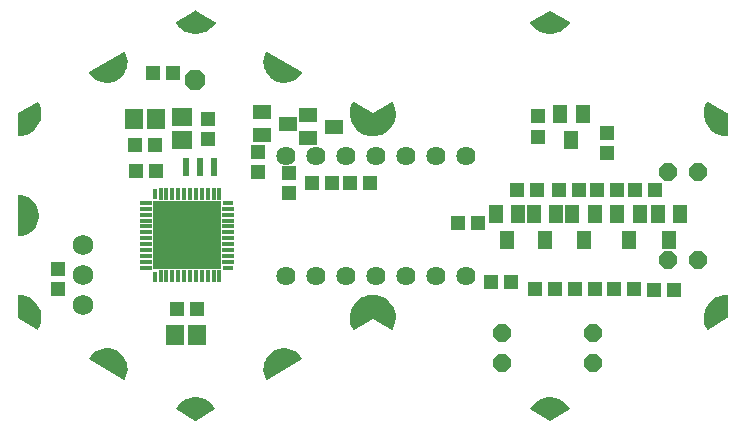
<source format=gbr>
G04 EAGLE Gerber RS-274X export*
G75*
%MOMM*%
%FSLAX34Y34*%
%LPD*%
%INSoldermask Bottom*%
%IPPOS*%
%AMOC8*
5,1,8,0,0,1.08239X$1,22.5*%
G01*
%ADD10R,0.603200X1.603197*%
%ADD11C,1.203200*%
%ADD12R,1.603200X1.203200*%
%ADD13R,1.203200X1.603200*%
%ADD14C,1.625600*%
%ADD15R,0.457200X1.016000*%
%ADD16R,1.016000X0.457200*%
%ADD17R,5.715000X5.715000*%
%ADD18R,0.396875X0.952500*%
%ADD19R,1.031875X0.396875*%
%ADD20R,0.396875X1.031875*%
%ADD21R,0.952500X0.396875*%
%ADD22P,1.869504X8X22.500000*%
%ADD23P,1.649562X8X202.500000*%
%ADD24P,1.649562X8X112.500000*%
%ADD25R,1.203200X1.303200*%
%ADD26R,1.303200X1.203200*%
%ADD27R,1.703200X1.503200*%
%ADD28R,1.503200X1.703200*%
%ADD29C,1.727200*%

G36*
X299252Y270303D02*
X299252Y270303D01*
X299265Y270302D01*
X302315Y270545D01*
X302347Y270554D01*
X302394Y270558D01*
X305366Y271286D01*
X305397Y271301D01*
X305442Y271312D01*
X305506Y271339D01*
X306682Y271838D01*
X307857Y272337D01*
X307858Y272337D01*
X308259Y272508D01*
X308287Y272527D01*
X308330Y272545D01*
X310918Y274177D01*
X310942Y274201D01*
X310982Y274225D01*
X313275Y276252D01*
X313295Y276279D01*
X313331Y276310D01*
X315269Y278678D01*
X315285Y278708D01*
X315314Y278744D01*
X316848Y281392D01*
X316858Y281424D01*
X316882Y281464D01*
X316935Y281604D01*
X317695Y283601D01*
X317885Y284100D01*
X317971Y284324D01*
X317976Y284357D01*
X317993Y284401D01*
X318609Y287398D01*
X318609Y287432D01*
X318618Y287478D01*
X318745Y290535D01*
X318740Y290569D01*
X318742Y290616D01*
X318377Y293654D01*
X318366Y293686D01*
X318361Y293732D01*
X317513Y296672D01*
X317497Y296702D01*
X317485Y296748D01*
X316176Y299514D01*
X316159Y299536D01*
X316149Y299563D01*
X316100Y299615D01*
X316057Y299673D01*
X316032Y299687D01*
X316013Y299708D01*
X315947Y299737D01*
X315885Y299773D01*
X315857Y299776D01*
X315831Y299788D01*
X315759Y299789D01*
X315688Y299798D01*
X315661Y299790D01*
X315632Y299791D01*
X315537Y299755D01*
X315497Y299744D01*
X315488Y299737D01*
X315476Y299733D01*
X299225Y290376D01*
X282974Y299733D01*
X282947Y299742D01*
X282923Y299758D01*
X282853Y299773D01*
X282785Y299796D01*
X282757Y299793D01*
X282729Y299799D01*
X282659Y299786D01*
X282587Y299780D01*
X282562Y299767D01*
X282534Y299761D01*
X282474Y299721D01*
X282411Y299688D01*
X282393Y299666D01*
X282369Y299650D01*
X282311Y299567D01*
X282284Y299535D01*
X282281Y299524D01*
X282274Y299514D01*
X280965Y296748D01*
X280957Y296715D01*
X280937Y296672D01*
X280089Y293732D01*
X280086Y293698D01*
X280073Y293654D01*
X279708Y290616D01*
X279711Y290582D01*
X279705Y290535D01*
X279832Y287478D01*
X279840Y287445D01*
X279841Y287398D01*
X280457Y284401D01*
X280470Y284370D01*
X280480Y284324D01*
X281568Y281464D01*
X281586Y281436D01*
X281603Y281392D01*
X283136Y278744D01*
X283158Y278718D01*
X283181Y278678D01*
X285119Y276310D01*
X285146Y276288D01*
X285175Y276252D01*
X287468Y274225D01*
X287497Y274209D01*
X287532Y274177D01*
X290120Y272545D01*
X290152Y272533D01*
X290191Y272508D01*
X293008Y271312D01*
X293041Y271305D01*
X293084Y271286D01*
X296056Y270558D01*
X296090Y270556D01*
X296135Y270545D01*
X299185Y270302D01*
X299214Y270306D01*
X299242Y270301D01*
X299252Y270303D01*
G37*
G36*
X315792Y106615D02*
X315792Y106615D01*
X315863Y106620D01*
X315888Y106633D01*
X315916Y106639D01*
X315976Y106679D01*
X316039Y106712D01*
X316057Y106734D01*
X316081Y106750D01*
X316139Y106833D01*
X316166Y106865D01*
X316169Y106876D01*
X316176Y106887D01*
X317485Y109653D01*
X317493Y109686D01*
X317513Y109728D01*
X318361Y112668D01*
X318364Y112702D01*
X318377Y112746D01*
X318742Y115784D01*
X318739Y115818D01*
X318745Y115865D01*
X318618Y118922D01*
X318610Y118955D01*
X318609Y119002D01*
X317993Y121999D01*
X317980Y122030D01*
X317971Y122076D01*
X316882Y124936D01*
X316864Y124965D01*
X316848Y125008D01*
X315314Y127656D01*
X315292Y127682D01*
X315269Y127723D01*
X313331Y130090D01*
X313304Y130112D01*
X313275Y130148D01*
X310982Y132175D01*
X310953Y132192D01*
X310918Y132223D01*
X308330Y133855D01*
X308298Y133867D01*
X308259Y133892D01*
X305442Y135088D01*
X305409Y135095D01*
X305366Y135114D01*
X302394Y135842D01*
X302360Y135844D01*
X302315Y135855D01*
X299265Y136098D01*
X299236Y136094D01*
X299208Y136099D01*
X299198Y136097D01*
X299185Y136098D01*
X296135Y135855D01*
X296103Y135846D01*
X296056Y135842D01*
X293084Y135114D01*
X293053Y135099D01*
X293008Y135088D01*
X292843Y135018D01*
X291668Y134519D01*
X290492Y134020D01*
X290191Y133892D01*
X290163Y133873D01*
X290120Y133855D01*
X287532Y132223D01*
X287508Y132199D01*
X287468Y132175D01*
X285175Y130148D01*
X285155Y130121D01*
X285119Y130090D01*
X283181Y127723D01*
X283165Y127692D01*
X283136Y127656D01*
X281603Y125008D01*
X281592Y124976D01*
X281568Y124936D01*
X280480Y122076D01*
X280474Y122043D01*
X280457Y121999D01*
X279841Y119002D01*
X279841Y118968D01*
X279832Y118922D01*
X279705Y115865D01*
X279710Y115831D01*
X279708Y115784D01*
X280073Y112746D01*
X280084Y112714D01*
X280089Y112668D01*
X280937Y109728D01*
X280953Y109698D01*
X280965Y109653D01*
X282274Y106887D01*
X282291Y106864D01*
X282301Y106837D01*
X282350Y106785D01*
X282393Y106727D01*
X282418Y106713D01*
X282437Y106692D01*
X282503Y106663D01*
X282565Y106627D01*
X282593Y106624D01*
X282619Y106612D01*
X282691Y106611D01*
X282762Y106602D01*
X282789Y106610D01*
X282818Y106610D01*
X282913Y106645D01*
X282953Y106656D01*
X282962Y106663D01*
X282974Y106667D01*
X299225Y116024D01*
X315476Y106667D01*
X315503Y106658D01*
X315527Y106642D01*
X315597Y106627D01*
X315665Y106604D01*
X315693Y106607D01*
X315721Y106601D01*
X315792Y106615D01*
G37*
G36*
X-748Y185704D02*
X-748Y185704D01*
X-734Y185702D01*
X2064Y185934D01*
X2098Y185944D01*
X2146Y185948D01*
X4867Y186637D01*
X4899Y186652D01*
X4945Y186664D01*
X7517Y187792D01*
X7545Y187812D01*
X7589Y187831D01*
X9940Y189367D01*
X9964Y189391D01*
X10005Y189417D01*
X12070Y191319D01*
X12083Y191336D01*
X12095Y191345D01*
X12106Y191361D01*
X12126Y191380D01*
X13851Y193595D01*
X13866Y193626D01*
X13896Y193664D01*
X15232Y196134D01*
X15242Y196167D01*
X15265Y196209D01*
X16177Y198865D01*
X16182Y198899D01*
X16197Y198945D01*
X16659Y201714D01*
X16658Y201749D01*
X16666Y201796D01*
X16666Y204604D01*
X16659Y204638D01*
X16659Y204686D01*
X16197Y207455D01*
X16185Y207488D01*
X16177Y207535D01*
X15265Y210191D01*
X15248Y210221D01*
X15232Y210266D01*
X13896Y212736D01*
X13874Y212762D01*
X13851Y212805D01*
X12126Y215020D01*
X12100Y215043D01*
X12070Y215081D01*
X10005Y216983D01*
X9975Y217001D01*
X9940Y217033D01*
X7589Y218569D01*
X7557Y218582D01*
X7517Y218608D01*
X4945Y219736D01*
X4912Y219743D01*
X4867Y219763D01*
X2146Y220452D01*
X2111Y220454D01*
X2064Y220466D01*
X-734Y220698D01*
X-763Y220694D01*
X-792Y220699D01*
X-861Y220683D01*
X-931Y220674D01*
X-957Y220660D01*
X-985Y220653D01*
X-1042Y220611D01*
X-1104Y220576D01*
X-1122Y220552D01*
X-1145Y220535D01*
X-1181Y220474D01*
X-1224Y220417D01*
X-1232Y220389D01*
X-1247Y220364D01*
X-1263Y220266D01*
X-1274Y220225D01*
X-1272Y220214D01*
X-1274Y220200D01*
X-1274Y186200D01*
X-1268Y186171D01*
X-1271Y186142D01*
X-1249Y186075D01*
X-1235Y186005D01*
X-1218Y185981D01*
X-1209Y185953D01*
X-1162Y185900D01*
X-1122Y185841D01*
X-1098Y185826D01*
X-1078Y185804D01*
X-1014Y185772D01*
X-955Y185734D01*
X-926Y185729D01*
X-900Y185717D01*
X-800Y185708D01*
X-758Y185701D01*
X-748Y185704D01*
G37*
G36*
X88991Y64314D02*
X88991Y64314D01*
X89062Y64320D01*
X89088Y64333D01*
X89116Y64339D01*
X89175Y64379D01*
X89238Y64411D01*
X89257Y64434D01*
X89281Y64450D01*
X89338Y64532D01*
X89365Y64565D01*
X89368Y64575D01*
X89376Y64587D01*
X90575Y67122D01*
X90583Y67156D01*
X90604Y67199D01*
X91369Y69897D01*
X91371Y69932D01*
X91385Y69978D01*
X91695Y72766D01*
X91692Y72794D01*
X91694Y72805D01*
X91693Y72810D01*
X91697Y72848D01*
X91545Y75648D01*
X91536Y75682D01*
X91533Y75730D01*
X90922Y78467D01*
X90908Y78499D01*
X90897Y78546D01*
X89844Y81145D01*
X89825Y81174D01*
X89807Y81218D01*
X88340Y83609D01*
X88316Y83634D01*
X88291Y83675D01*
X86450Y85791D01*
X86423Y85812D01*
X86391Y85849D01*
X84228Y87633D01*
X84197Y87649D01*
X84160Y87680D01*
X81732Y89084D01*
X81699Y89095D01*
X81657Y89119D01*
X79032Y90104D01*
X78997Y90110D01*
X78952Y90127D01*
X76200Y90666D01*
X76166Y90666D01*
X76118Y90675D01*
X73315Y90754D01*
X73281Y90749D01*
X73233Y90750D01*
X70454Y90367D01*
X70422Y90355D01*
X70374Y90349D01*
X67697Y89513D01*
X67666Y89496D01*
X67620Y89482D01*
X65117Y88218D01*
X65090Y88196D01*
X65047Y88174D01*
X62786Y86515D01*
X62763Y86489D01*
X62724Y86461D01*
X60767Y84452D01*
X60748Y84423D01*
X60714Y84388D01*
X59115Y82085D01*
X59103Y82058D01*
X59085Y82035D01*
X59064Y81967D01*
X59036Y81902D01*
X59036Y81873D01*
X59028Y81845D01*
X59036Y81774D01*
X59035Y81703D01*
X59046Y81676D01*
X59050Y81647D01*
X59084Y81585D01*
X59112Y81520D01*
X59133Y81499D01*
X59147Y81474D01*
X59223Y81411D01*
X59254Y81381D01*
X59264Y81377D01*
X59275Y81368D01*
X88675Y64368D01*
X88703Y64359D01*
X88727Y64342D01*
X88796Y64327D01*
X88864Y64305D01*
X88893Y64307D01*
X88921Y64301D01*
X88991Y64314D01*
G37*
G36*
X76118Y315725D02*
X76118Y315725D01*
X76152Y315733D01*
X76200Y315734D01*
X78952Y316273D01*
X78984Y316287D01*
X79032Y316296D01*
X81657Y317281D01*
X81687Y317299D01*
X81732Y317316D01*
X84160Y318720D01*
X84186Y318743D01*
X84228Y318767D01*
X86391Y320551D01*
X86413Y320578D01*
X86450Y320609D01*
X88291Y322725D01*
X88308Y322755D01*
X88340Y322791D01*
X89807Y325182D01*
X89818Y325214D01*
X89844Y325255D01*
X90897Y327854D01*
X90904Y327888D01*
X90922Y327933D01*
X91533Y330670D01*
X91534Y330705D01*
X91545Y330752D01*
X91697Y333552D01*
X91692Y333586D01*
X91695Y333634D01*
X91385Y336422D01*
X91374Y336455D01*
X91369Y336503D01*
X90604Y339201D01*
X90588Y339231D01*
X90575Y339278D01*
X89376Y341813D01*
X89359Y341837D01*
X89349Y341864D01*
X89300Y341916D01*
X89257Y341973D01*
X89232Y341987D01*
X89212Y342009D01*
X89147Y342037D01*
X89086Y342073D01*
X89057Y342076D01*
X89030Y342088D01*
X88959Y342089D01*
X88888Y342098D01*
X88860Y342090D01*
X88831Y342090D01*
X88738Y342056D01*
X88697Y342044D01*
X88688Y342037D01*
X88675Y342032D01*
X59275Y325032D01*
X59253Y325013D01*
X59227Y325000D01*
X59179Y324947D01*
X59126Y324900D01*
X59114Y324874D01*
X59094Y324852D01*
X59071Y324785D01*
X59041Y324721D01*
X59039Y324692D01*
X59030Y324664D01*
X59035Y324593D01*
X59032Y324522D01*
X59042Y324495D01*
X59044Y324466D01*
X59086Y324376D01*
X59101Y324336D01*
X59109Y324328D01*
X59115Y324315D01*
X60714Y322012D01*
X60740Y321988D01*
X60767Y321948D01*
X62724Y319939D01*
X62753Y319920D01*
X62786Y319885D01*
X65047Y318226D01*
X65078Y318211D01*
X65117Y318182D01*
X67620Y316918D01*
X67654Y316909D01*
X67697Y316887D01*
X70374Y316051D01*
X70408Y316048D01*
X70454Y316033D01*
X73233Y315650D01*
X73267Y315652D01*
X73315Y315646D01*
X76118Y315725D01*
G37*
G36*
X209590Y64310D02*
X209590Y64310D01*
X209619Y64310D01*
X209712Y64344D01*
X209753Y64356D01*
X209762Y64363D01*
X209775Y64368D01*
X239175Y81368D01*
X239197Y81387D01*
X239223Y81400D01*
X239271Y81453D01*
X239324Y81500D01*
X239336Y81526D01*
X239356Y81548D01*
X239379Y81615D01*
X239409Y81679D01*
X239411Y81708D01*
X239420Y81736D01*
X239415Y81807D01*
X239418Y81878D01*
X239408Y81905D01*
X239406Y81934D01*
X239364Y82024D01*
X239349Y82064D01*
X239341Y82072D01*
X239335Y82085D01*
X237736Y84388D01*
X237711Y84412D01*
X237683Y84452D01*
X235726Y86461D01*
X235697Y86480D01*
X235664Y86515D01*
X233403Y88174D01*
X233372Y88189D01*
X233333Y88218D01*
X230830Y89482D01*
X230796Y89491D01*
X230753Y89513D01*
X228076Y90349D01*
X228042Y90352D01*
X227996Y90367D01*
X225217Y90750D01*
X225183Y90748D01*
X225135Y90754D01*
X222332Y90675D01*
X222298Y90667D01*
X222250Y90666D01*
X219498Y90127D01*
X219466Y90113D01*
X219418Y90104D01*
X216793Y89119D01*
X216763Y89101D01*
X216718Y89084D01*
X214290Y87680D01*
X214264Y87657D01*
X214223Y87633D01*
X212059Y85849D01*
X212037Y85822D01*
X212000Y85791D01*
X210159Y83675D01*
X210142Y83645D01*
X210111Y83609D01*
X208643Y81218D01*
X208632Y81186D01*
X208606Y81145D01*
X207553Y78546D01*
X207546Y78512D01*
X207528Y78467D01*
X206917Y75730D01*
X206916Y75695D01*
X206905Y75648D01*
X206753Y72848D01*
X206758Y72814D01*
X206755Y72766D01*
X207065Y69978D01*
X207076Y69945D01*
X207081Y69897D01*
X207846Y67199D01*
X207862Y67169D01*
X207875Y67122D01*
X209074Y64587D01*
X209091Y64563D01*
X209101Y64536D01*
X209150Y64484D01*
X209193Y64427D01*
X209218Y64413D01*
X209238Y64392D01*
X209303Y64363D01*
X209365Y64327D01*
X209393Y64324D01*
X209420Y64312D01*
X209491Y64311D01*
X209562Y64302D01*
X209590Y64310D01*
G37*
G36*
X225169Y315652D02*
X225169Y315652D01*
X225217Y315650D01*
X227996Y316033D01*
X228028Y316045D01*
X228076Y316051D01*
X230753Y316887D01*
X230784Y316904D01*
X230830Y316918D01*
X233333Y318182D01*
X233360Y318204D01*
X233403Y318226D01*
X235664Y319885D01*
X235687Y319911D01*
X235726Y319939D01*
X237683Y321948D01*
X237702Y321977D01*
X237736Y322012D01*
X239335Y324315D01*
X239347Y324342D01*
X239365Y324365D01*
X239386Y324433D01*
X239414Y324498D01*
X239414Y324527D01*
X239422Y324555D01*
X239414Y324626D01*
X239415Y324697D01*
X239404Y324724D01*
X239400Y324753D01*
X239366Y324815D01*
X239338Y324880D01*
X239317Y324901D01*
X239303Y324926D01*
X239227Y324989D01*
X239196Y325019D01*
X239186Y325023D01*
X239175Y325032D01*
X209775Y342032D01*
X209747Y342041D01*
X209723Y342058D01*
X209654Y342073D01*
X209586Y342095D01*
X209557Y342093D01*
X209529Y342099D01*
X209459Y342086D01*
X209388Y342080D01*
X209362Y342067D01*
X209334Y342061D01*
X209275Y342021D01*
X209212Y341989D01*
X209193Y341966D01*
X209169Y341950D01*
X209112Y341868D01*
X209085Y341835D01*
X209082Y341825D01*
X209074Y341813D01*
X207875Y339278D01*
X207867Y339244D01*
X207846Y339201D01*
X207081Y336503D01*
X207079Y336468D01*
X207065Y336422D01*
X206755Y333634D01*
X206757Y333607D01*
X206757Y333602D01*
X206758Y333597D01*
X206753Y333552D01*
X206905Y330752D01*
X206914Y330718D01*
X206917Y330670D01*
X207528Y327933D01*
X207542Y327901D01*
X207553Y327854D01*
X208606Y325255D01*
X208625Y325226D01*
X208643Y325182D01*
X210111Y322791D01*
X210134Y322766D01*
X210159Y322725D01*
X212000Y320609D01*
X212027Y320588D01*
X212059Y320551D01*
X214223Y318767D01*
X214253Y318751D01*
X214290Y318720D01*
X216718Y317316D01*
X216751Y317305D01*
X216793Y317281D01*
X219418Y316296D01*
X219453Y316290D01*
X219498Y316273D01*
X222250Y315734D01*
X222285Y315734D01*
X222332Y315725D01*
X225135Y315646D01*
X225169Y315652D01*
G37*
G36*
X-767Y270264D02*
X-767Y270264D01*
X-753Y270263D01*
X2303Y270510D01*
X2336Y270519D01*
X2382Y270523D01*
X5359Y271256D01*
X5390Y271271D01*
X5436Y271282D01*
X8257Y272484D01*
X8284Y272503D01*
X8328Y272521D01*
X10919Y274160D01*
X10944Y274183D01*
X10983Y274208D01*
X13278Y276241D01*
X13299Y276268D01*
X13334Y276299D01*
X15273Y278674D01*
X15289Y278704D01*
X15319Y278740D01*
X16852Y281396D01*
X16863Y281428D01*
X16887Y281468D01*
X17974Y284335D01*
X17979Y284369D01*
X17996Y284413D01*
X18609Y287417D01*
X18610Y287451D01*
X18619Y287497D01*
X18743Y290560D01*
X18737Y290594D01*
X18739Y290640D01*
X18370Y293684D01*
X18359Y293717D01*
X18354Y293763D01*
X17501Y296708D01*
X17485Y296738D01*
X17472Y296783D01*
X16158Y299553D01*
X16140Y299577D01*
X16130Y299604D01*
X16081Y299656D01*
X16038Y299713D01*
X16013Y299727D01*
X15993Y299748D01*
X15928Y299777D01*
X15866Y299812D01*
X15838Y299816D01*
X15811Y299828D01*
X15740Y299828D01*
X15669Y299837D01*
X15641Y299829D01*
X15612Y299830D01*
X15519Y299795D01*
X15478Y299783D01*
X15469Y299776D01*
X15457Y299771D01*
X-1021Y290232D01*
X-1078Y290181D01*
X-1140Y290136D01*
X-1152Y290116D01*
X-1170Y290100D01*
X-1203Y290031D01*
X-1242Y289965D01*
X-1246Y289939D01*
X-1255Y289921D01*
X-1257Y289876D01*
X-1270Y289801D01*
X-1293Y270761D01*
X-1287Y270733D01*
X-1289Y270704D01*
X-1267Y270636D01*
X-1253Y270566D01*
X-1237Y270542D01*
X-1228Y270515D01*
X-1181Y270461D01*
X-1141Y270402D01*
X-1117Y270387D01*
X-1098Y270365D01*
X-1033Y270333D01*
X-973Y270295D01*
X-945Y270290D01*
X-919Y270277D01*
X-819Y270269D01*
X-777Y270262D01*
X-767Y270264D01*
G37*
G36*
X15772Y106575D02*
X15772Y106575D01*
X15843Y106580D01*
X15869Y106594D01*
X15897Y106599D01*
X15957Y106639D01*
X16020Y106672D01*
X16038Y106694D01*
X16062Y106710D01*
X16120Y106792D01*
X16147Y106825D01*
X16150Y106835D01*
X16158Y106847D01*
X17472Y109617D01*
X17480Y109650D01*
X17501Y109692D01*
X18354Y112637D01*
X18356Y112671D01*
X18370Y112716D01*
X18739Y115760D01*
X18737Y115793D01*
X18743Y115840D01*
X18619Y118904D01*
X18611Y118936D01*
X18609Y118983D01*
X17996Y121988D01*
X17983Y122019D01*
X17974Y122065D01*
X16887Y124932D01*
X16868Y124960D01*
X16852Y125004D01*
X15319Y127660D01*
X15296Y127685D01*
X15273Y127726D01*
X13334Y130101D01*
X13308Y130122D01*
X13278Y130159D01*
X10983Y132192D01*
X10954Y132209D01*
X10919Y132240D01*
X8328Y133879D01*
X8296Y133891D01*
X8257Y133916D01*
X5436Y135118D01*
X5402Y135125D01*
X5359Y135144D01*
X2382Y135877D01*
X2348Y135879D01*
X2303Y135890D01*
X-753Y136137D01*
X-782Y136134D01*
X-810Y136138D01*
X-880Y136122D01*
X-951Y136113D01*
X-976Y136099D01*
X-1004Y136092D01*
X-1061Y136050D01*
X-1123Y136014D01*
X-1141Y135991D01*
X-1164Y135974D01*
X-1200Y135913D01*
X-1243Y135856D01*
X-1250Y135828D01*
X-1265Y135803D01*
X-1282Y135704D01*
X-1292Y135663D01*
X-1290Y135652D01*
X-1293Y135639D01*
X-1270Y116599D01*
X-1254Y116524D01*
X-1246Y116448D01*
X-1235Y116427D01*
X-1230Y116405D01*
X-1186Y116341D01*
X-1149Y116274D01*
X-1129Y116258D01*
X-1117Y116241D01*
X-1080Y116217D01*
X-1021Y116168D01*
X15457Y106629D01*
X15484Y106619D01*
X15508Y106603D01*
X15577Y106588D01*
X15645Y106565D01*
X15674Y106567D01*
X15702Y106561D01*
X15772Y106575D01*
G37*
G36*
X449241Y29511D02*
X449241Y29511D01*
X449318Y29510D01*
X449342Y29519D01*
X449363Y29520D01*
X449402Y29541D01*
X449474Y29567D01*
X465974Y39067D01*
X465996Y39086D01*
X466022Y39099D01*
X466056Y39137D01*
X466059Y39139D01*
X466062Y39143D01*
X466070Y39152D01*
X466123Y39199D01*
X466136Y39225D01*
X466155Y39247D01*
X466178Y39314D01*
X466209Y39378D01*
X466211Y39407D01*
X466220Y39434D01*
X466215Y39506D01*
X466218Y39577D01*
X466208Y39604D01*
X466206Y39633D01*
X466164Y39723D01*
X466149Y39763D01*
X466142Y39771D01*
X466136Y39784D01*
X464394Y42307D01*
X464370Y42331D01*
X464343Y42369D01*
X462219Y44581D01*
X462191Y44600D01*
X462159Y44634D01*
X459708Y46476D01*
X459677Y46490D01*
X459640Y46519D01*
X456925Y47944D01*
X456892Y47953D01*
X456851Y47975D01*
X453943Y48946D01*
X453916Y48949D01*
X453907Y48951D01*
X453865Y48965D01*
X450838Y49457D01*
X450804Y49456D01*
X450758Y49464D01*
X447692Y49464D01*
X447659Y49457D01*
X447612Y49457D01*
X444585Y48965D01*
X444554Y48953D01*
X444507Y48946D01*
X441599Y47975D01*
X441570Y47958D01*
X441525Y47944D01*
X438810Y46519D01*
X438784Y46497D01*
X438742Y46476D01*
X436291Y44634D01*
X436268Y44609D01*
X436231Y44581D01*
X434107Y42369D01*
X434089Y42341D01*
X434056Y42307D01*
X432314Y39784D01*
X432303Y39757D01*
X432284Y39735D01*
X432264Y39666D01*
X432236Y39601D01*
X432236Y39572D01*
X432228Y39544D01*
X432236Y39473D01*
X432236Y39402D01*
X432247Y39375D01*
X432250Y39346D01*
X432285Y39284D01*
X432313Y39219D01*
X432333Y39198D01*
X432348Y39173D01*
X432411Y39121D01*
X432415Y39116D01*
X432424Y39110D01*
X432425Y39110D01*
X432455Y39080D01*
X432465Y39076D01*
X432476Y39067D01*
X448976Y29567D01*
X449049Y29543D01*
X449119Y29512D01*
X449143Y29512D01*
X449165Y29504D01*
X449241Y29511D01*
G37*
G36*
X149241Y29511D02*
X149241Y29511D01*
X149318Y29510D01*
X149342Y29519D01*
X149363Y29520D01*
X149402Y29541D01*
X149474Y29567D01*
X165974Y39067D01*
X165996Y39086D01*
X166022Y39099D01*
X166056Y39137D01*
X166059Y39139D01*
X166062Y39143D01*
X166070Y39152D01*
X166123Y39199D01*
X166136Y39225D01*
X166155Y39247D01*
X166178Y39314D01*
X166209Y39378D01*
X166211Y39407D01*
X166220Y39434D01*
X166215Y39506D01*
X166218Y39577D01*
X166208Y39604D01*
X166206Y39633D01*
X166164Y39723D01*
X166149Y39763D01*
X166142Y39771D01*
X166136Y39784D01*
X164394Y42307D01*
X164370Y42331D01*
X164343Y42369D01*
X162219Y44581D01*
X162191Y44600D01*
X162159Y44634D01*
X159708Y46476D01*
X159677Y46490D01*
X159640Y46519D01*
X156925Y47944D01*
X156892Y47953D01*
X156851Y47975D01*
X153943Y48946D01*
X153916Y48949D01*
X153907Y48951D01*
X153865Y48965D01*
X150838Y49457D01*
X150804Y49456D01*
X150758Y49464D01*
X147692Y49464D01*
X147659Y49457D01*
X147612Y49457D01*
X144585Y48965D01*
X144554Y48953D01*
X144507Y48946D01*
X141599Y47975D01*
X141570Y47958D01*
X141525Y47944D01*
X138810Y46519D01*
X138784Y46497D01*
X138742Y46476D01*
X136291Y44634D01*
X136268Y44609D01*
X136231Y44581D01*
X134107Y42369D01*
X134089Y42341D01*
X134056Y42307D01*
X132314Y39784D01*
X132303Y39757D01*
X132284Y39735D01*
X132264Y39666D01*
X132236Y39601D01*
X132236Y39572D01*
X132228Y39544D01*
X132236Y39473D01*
X132236Y39402D01*
X132247Y39375D01*
X132250Y39346D01*
X132285Y39284D01*
X132313Y39219D01*
X132333Y39198D01*
X132348Y39173D01*
X132411Y39121D01*
X132415Y39116D01*
X132424Y39110D01*
X132425Y39110D01*
X132455Y39080D01*
X132465Y39076D01*
X132476Y39067D01*
X148976Y29567D01*
X149049Y29543D01*
X149119Y29512D01*
X149143Y29512D01*
X149165Y29504D01*
X149241Y29511D01*
G37*
G36*
X150791Y356943D02*
X150791Y356943D01*
X150838Y356943D01*
X153865Y357435D01*
X153896Y357447D01*
X153943Y357454D01*
X156851Y358425D01*
X156881Y358442D01*
X156925Y358456D01*
X159640Y359881D01*
X159666Y359903D01*
X159708Y359924D01*
X162159Y361766D01*
X162182Y361791D01*
X162219Y361819D01*
X164343Y364031D01*
X164361Y364059D01*
X164394Y364093D01*
X166136Y366616D01*
X166147Y366643D01*
X166166Y366665D01*
X166186Y366734D01*
X166214Y366799D01*
X166214Y366828D01*
X166222Y366856D01*
X166214Y366927D01*
X166215Y366998D01*
X166203Y367025D01*
X166200Y367054D01*
X166165Y367116D01*
X166137Y367181D01*
X166117Y367202D01*
X166102Y367227D01*
X166025Y367290D01*
X165995Y367320D01*
X165985Y367324D01*
X165974Y367333D01*
X149474Y376833D01*
X149401Y376857D01*
X149331Y376888D01*
X149307Y376888D01*
X149285Y376896D01*
X149209Y376890D01*
X149132Y376891D01*
X149108Y376881D01*
X149087Y376880D01*
X149048Y376859D01*
X148976Y376833D01*
X132476Y367333D01*
X132454Y367314D01*
X132428Y367301D01*
X132380Y367248D01*
X132327Y367201D01*
X132314Y367175D01*
X132295Y367154D01*
X132272Y367086D01*
X132241Y367022D01*
X132240Y366993D01*
X132230Y366966D01*
X132235Y366894D01*
X132232Y366823D01*
X132242Y366796D01*
X132244Y366767D01*
X132286Y366677D01*
X132301Y366637D01*
X132308Y366629D01*
X132314Y366616D01*
X134056Y364093D01*
X134080Y364069D01*
X134107Y364031D01*
X136231Y361819D01*
X136259Y361800D01*
X136291Y361766D01*
X138742Y359924D01*
X138773Y359910D01*
X138810Y359881D01*
X141525Y358456D01*
X141558Y358447D01*
X141599Y358425D01*
X144507Y357454D01*
X144541Y357450D01*
X144585Y357435D01*
X147612Y356943D01*
X147646Y356944D01*
X147692Y356936D01*
X150758Y356936D01*
X150791Y356943D01*
G37*
G36*
X450791Y356943D02*
X450791Y356943D01*
X450838Y356943D01*
X453865Y357435D01*
X453896Y357447D01*
X453943Y357454D01*
X456851Y358425D01*
X456881Y358442D01*
X456925Y358456D01*
X459640Y359881D01*
X459666Y359903D01*
X459708Y359924D01*
X462159Y361766D01*
X462182Y361791D01*
X462219Y361819D01*
X464343Y364031D01*
X464361Y364059D01*
X464394Y364093D01*
X466136Y366616D01*
X466147Y366643D01*
X466166Y366665D01*
X466186Y366734D01*
X466214Y366799D01*
X466214Y366828D01*
X466222Y366856D01*
X466214Y366927D01*
X466215Y366998D01*
X466203Y367025D01*
X466200Y367054D01*
X466165Y367116D01*
X466137Y367181D01*
X466117Y367202D01*
X466102Y367227D01*
X466025Y367290D01*
X465995Y367320D01*
X465985Y367324D01*
X465974Y367333D01*
X449474Y376833D01*
X449401Y376857D01*
X449331Y376888D01*
X449307Y376888D01*
X449285Y376896D01*
X449209Y376890D01*
X449132Y376891D01*
X449108Y376881D01*
X449087Y376880D01*
X449048Y376859D01*
X448976Y376833D01*
X432476Y367333D01*
X432454Y367314D01*
X432428Y367301D01*
X432380Y367248D01*
X432327Y367201D01*
X432314Y367175D01*
X432295Y367154D01*
X432272Y367086D01*
X432241Y367022D01*
X432240Y366993D01*
X432230Y366966D01*
X432235Y366894D01*
X432232Y366823D01*
X432242Y366796D01*
X432244Y366767D01*
X432286Y366677D01*
X432301Y366637D01*
X432308Y366629D01*
X432314Y366616D01*
X434056Y364093D01*
X434080Y364069D01*
X434107Y364031D01*
X436231Y361819D01*
X436259Y361800D01*
X436291Y361766D01*
X438742Y359924D01*
X438773Y359910D01*
X438810Y359881D01*
X441525Y358456D01*
X441558Y358447D01*
X441599Y358425D01*
X444507Y357454D01*
X444541Y357450D01*
X444585Y357435D01*
X447612Y356943D01*
X447646Y356944D01*
X447692Y356936D01*
X450758Y356936D01*
X450791Y356943D01*
G37*
G36*
X599311Y270318D02*
X599311Y270318D01*
X599383Y270326D01*
X599407Y270341D01*
X599435Y270347D01*
X599493Y270390D01*
X599555Y270426D01*
X599572Y270448D01*
X599595Y270465D01*
X599632Y270527D01*
X599675Y270584D01*
X599682Y270612D01*
X599697Y270636D01*
X599713Y270736D01*
X599724Y270777D01*
X599722Y270787D01*
X599724Y270800D01*
X599724Y289800D01*
X599709Y289876D01*
X599700Y289954D01*
X599689Y289973D01*
X599685Y289995D01*
X599641Y290059D01*
X599602Y290127D01*
X599583Y290143D01*
X599572Y290159D01*
X599534Y290183D01*
X599474Y290233D01*
X582974Y299733D01*
X582947Y299742D01*
X582923Y299758D01*
X582853Y299773D01*
X582785Y299796D01*
X582757Y299793D01*
X582729Y299799D01*
X582659Y299786D01*
X582587Y299780D01*
X582562Y299767D01*
X582534Y299761D01*
X582474Y299721D01*
X582411Y299688D01*
X582393Y299666D01*
X582369Y299650D01*
X582311Y299567D01*
X582284Y299535D01*
X582281Y299524D01*
X582274Y299514D01*
X580965Y296748D01*
X580957Y296715D01*
X580937Y296672D01*
X580089Y293732D01*
X580086Y293698D01*
X580073Y293654D01*
X579708Y290616D01*
X579711Y290582D01*
X579705Y290535D01*
X579832Y287478D01*
X579840Y287445D01*
X579841Y287398D01*
X580457Y284401D01*
X580470Y284370D01*
X580480Y284324D01*
X581568Y281464D01*
X581586Y281436D01*
X581603Y281392D01*
X583136Y278744D01*
X583158Y278718D01*
X583181Y278678D01*
X585119Y276310D01*
X585146Y276288D01*
X585175Y276252D01*
X587468Y274225D01*
X587497Y274209D01*
X587532Y274177D01*
X590120Y272545D01*
X590152Y272533D01*
X590191Y272508D01*
X593008Y271312D01*
X593041Y271305D01*
X593084Y271286D01*
X596056Y270558D01*
X596090Y270556D01*
X596135Y270545D01*
X599185Y270302D01*
X599214Y270306D01*
X599242Y270301D01*
X599311Y270318D01*
G37*
G36*
X582789Y106610D02*
X582789Y106610D01*
X582818Y106610D01*
X582913Y106645D01*
X582953Y106656D01*
X582962Y106663D01*
X582974Y106667D01*
X599474Y116167D01*
X599533Y116219D01*
X599595Y116265D01*
X599606Y116284D01*
X599623Y116299D01*
X599657Y116369D01*
X599697Y116436D01*
X599701Y116461D01*
X599709Y116478D01*
X599711Y116523D01*
X599724Y116600D01*
X599724Y135600D01*
X599719Y135628D01*
X599721Y135656D01*
X599699Y135724D01*
X599685Y135795D01*
X599669Y135818D01*
X599660Y135845D01*
X599613Y135900D01*
X599572Y135959D01*
X599548Y135974D01*
X599530Y135996D01*
X599465Y136027D01*
X599405Y136066D01*
X599377Y136071D01*
X599351Y136083D01*
X599250Y136092D01*
X599208Y136099D01*
X599198Y136097D01*
X599185Y136098D01*
X596135Y135855D01*
X596103Y135846D01*
X596056Y135842D01*
X593084Y135114D01*
X593053Y135099D01*
X593008Y135088D01*
X592843Y135018D01*
X591668Y134519D01*
X590492Y134020D01*
X590191Y133892D01*
X590163Y133873D01*
X590120Y133855D01*
X587532Y132223D01*
X587508Y132199D01*
X587468Y132175D01*
X585175Y130148D01*
X585155Y130121D01*
X585119Y130090D01*
X583181Y127723D01*
X583165Y127692D01*
X583136Y127656D01*
X581603Y125008D01*
X581592Y124976D01*
X581568Y124936D01*
X580480Y122076D01*
X580474Y122043D01*
X580457Y121999D01*
X579841Y119002D01*
X579841Y118968D01*
X579832Y118922D01*
X579705Y115865D01*
X579710Y115831D01*
X579708Y115784D01*
X580073Y112746D01*
X580084Y112714D01*
X580089Y112668D01*
X580937Y109728D01*
X580953Y109698D01*
X580965Y109653D01*
X582274Y106887D01*
X582291Y106864D01*
X582301Y106837D01*
X582350Y106785D01*
X582393Y106727D01*
X582418Y106713D01*
X582437Y106692D01*
X582503Y106663D01*
X582565Y106627D01*
X582593Y106624D01*
X582619Y106612D01*
X582691Y106611D01*
X582762Y106602D01*
X582789Y106610D01*
G37*
D10*
X165194Y244475D03*
X153194Y244475D03*
X141194Y244475D03*
D11*
X149225Y368400D03*
X299945Y280720D03*
X299945Y125680D03*
X149225Y38000D03*
X77725Y327100D03*
X220725Y327100D03*
X220725Y79300D03*
X77725Y79300D03*
X449225Y368400D03*
X592325Y285800D03*
X592325Y120600D03*
X449225Y38000D03*
X6158Y285800D03*
X6158Y120600D03*
X6125Y203200D03*
D12*
X227694Y280988D03*
X205694Y290488D03*
X205694Y271488D03*
D13*
X467519Y266813D03*
X477019Y288813D03*
X458019Y288813D03*
X550069Y182675D03*
X559569Y204675D03*
X540569Y204675D03*
X445294Y182675D03*
X454794Y204675D03*
X435794Y204675D03*
X412750Y182675D03*
X422250Y204675D03*
X403250Y204675D03*
D12*
X266588Y278606D03*
X244588Y288106D03*
X244588Y269106D03*
D13*
X515938Y182675D03*
X525438Y204675D03*
X506438Y204675D03*
X477838Y182675D03*
X487338Y204675D03*
X468338Y204675D03*
D14*
X225425Y152400D03*
X250825Y152400D03*
X276225Y152400D03*
X301625Y152400D03*
X327025Y152400D03*
X352425Y152400D03*
X377825Y152400D03*
X377825Y254000D03*
X352425Y254000D03*
X327025Y254000D03*
X301625Y254000D03*
X276225Y254000D03*
X250825Y254000D03*
X225425Y254000D03*
D15*
X119575Y221075D03*
X124577Y221075D03*
X129578Y221075D03*
X134579Y221075D03*
X139580Y221075D03*
X144582Y221075D03*
X149583Y221075D03*
X154584Y221075D03*
X159585Y221075D03*
X164587Y221075D03*
D16*
X176625Y209037D03*
X176625Y204035D03*
X176625Y199034D03*
X176625Y194033D03*
X176625Y189032D03*
X176625Y184030D03*
X176625Y179029D03*
X176625Y174028D03*
X176625Y169027D03*
X176625Y164025D03*
D15*
X164587Y151987D03*
X159585Y151987D03*
X154584Y151987D03*
X149583Y151987D03*
X144582Y151987D03*
X139580Y151987D03*
X134579Y151987D03*
X129578Y151987D03*
X124577Y151987D03*
X119575Y151987D03*
D16*
X107537Y164025D03*
X107537Y169027D03*
X107537Y174028D03*
X107537Y179029D03*
X107537Y184030D03*
X107537Y189032D03*
X107537Y194033D03*
X107537Y199034D03*
X107537Y204035D03*
X107537Y209037D03*
D17*
X142081Y186531D03*
D18*
X114697Y151606D03*
D19*
X107553Y159147D03*
X107553Y213916D03*
D18*
X114697Y221456D03*
D20*
X169466Y221059D03*
D21*
X177006Y213916D03*
X177006Y159147D03*
D20*
X169466Y152003D03*
D22*
X148431Y318294D03*
D23*
X574675Y239713D03*
X549275Y239713D03*
X574675Y165894D03*
X549275Y165894D03*
D24*
X485775Y78581D03*
X485775Y103981D03*
X408781Y78581D03*
X408781Y103981D03*
D25*
X456638Y224631D03*
X473638Y224631D03*
X489181Y224631D03*
X506181Y224631D03*
X247881Y230981D03*
X264881Y230981D03*
X371706Y196850D03*
X388706Y196850D03*
X421713Y224631D03*
X438713Y224631D03*
X520931Y224631D03*
X537931Y224631D03*
D26*
X438944Y270106D03*
X438944Y287106D03*
X202406Y239944D03*
X202406Y256944D03*
X228600Y222481D03*
X228600Y239481D03*
X497681Y272819D03*
X497681Y255819D03*
D25*
X554600Y140494D03*
X537600Y140494D03*
X453794Y141288D03*
X436794Y141288D03*
X416488Y146844D03*
X399488Y146844D03*
X296631Y230981D03*
X279631Y230981D03*
X520469Y141288D03*
X503469Y141288D03*
X487131Y141288D03*
X470131Y141288D03*
D26*
X32544Y140725D03*
X32544Y157725D03*
X159544Y267725D03*
X159544Y284725D03*
X129944Y323850D03*
X112944Y323850D03*
X97863Y262731D03*
X114863Y262731D03*
X98656Y241300D03*
X115656Y241300D03*
X133581Y123825D03*
X150581Y123825D03*
D27*
X138113Y286519D03*
X138113Y267519D03*
D28*
X96863Y284956D03*
X115863Y284956D03*
X131788Y102394D03*
X150788Y102394D03*
D29*
X53975Y178594D03*
X53975Y153194D03*
X53975Y127794D03*
M02*

</source>
